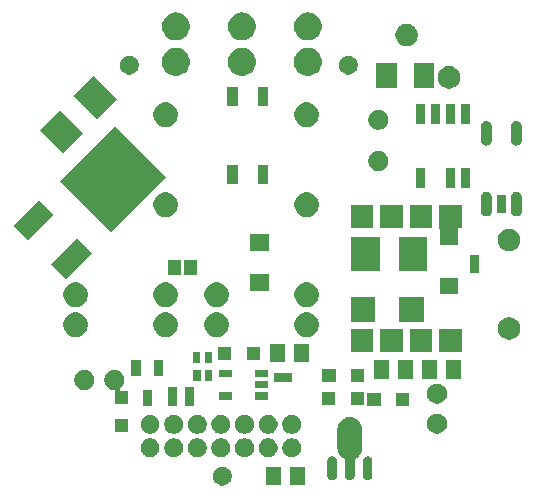
<source format=gbs>
G04 #@! TF.GenerationSoftware,KiCad,Pcbnew,5.1.5-52549c5~84~ubuntu18.04.1*
G04 #@! TF.CreationDate,2020-02-21T12:56:33+02:00*
G04 #@! TF.ProjectId,NRF52832_Touch_Switch_Power_Supply,4e524635-3238-4333-925f-546f7563685f,rev?*
G04 #@! TF.SameCoordinates,Original*
G04 #@! TF.FileFunction,Soldermask,Bot*
G04 #@! TF.FilePolarity,Negative*
%FSLAX46Y46*%
G04 Gerber Fmt 4.6, Leading zero omitted, Abs format (unit mm)*
G04 Created by KiCad (PCBNEW 5.1.5-52549c5~84~ubuntu18.04.1) date 2020-02-21 12:56:33*
%MOMM*%
%LPD*%
G04 APERTURE LIST*
%ADD10C,0.100000*%
G04 APERTURE END LIST*
D10*
G36*
X110215642Y-77461781D02*
G01*
X110361414Y-77522162D01*
X110361416Y-77522163D01*
X110492608Y-77609822D01*
X110604178Y-77721392D01*
X110691837Y-77852584D01*
X110691838Y-77852586D01*
X110752219Y-77998358D01*
X110783000Y-78153107D01*
X110783000Y-78310893D01*
X110752219Y-78465642D01*
X110725864Y-78529268D01*
X110691837Y-78611416D01*
X110604178Y-78742608D01*
X110492608Y-78854178D01*
X110361416Y-78941837D01*
X110361415Y-78941838D01*
X110361414Y-78941838D01*
X110215642Y-79002219D01*
X110060893Y-79033000D01*
X109903107Y-79033000D01*
X109748358Y-79002219D01*
X109602586Y-78941838D01*
X109602585Y-78941838D01*
X109602584Y-78941837D01*
X109471392Y-78854178D01*
X109359822Y-78742608D01*
X109272163Y-78611416D01*
X109238136Y-78529268D01*
X109211781Y-78465642D01*
X109181000Y-78310893D01*
X109181000Y-78153107D01*
X109211781Y-77998358D01*
X109272162Y-77852586D01*
X109272163Y-77852584D01*
X109359822Y-77721392D01*
X109471392Y-77609822D01*
X109602584Y-77522163D01*
X109602586Y-77522162D01*
X109748358Y-77461781D01*
X109903107Y-77431000D01*
X110060893Y-77431000D01*
X110215642Y-77461781D01*
G37*
G36*
X116963000Y-79008000D02*
G01*
X115701000Y-79008000D01*
X115701000Y-77456000D01*
X116963000Y-77456000D01*
X116963000Y-79008000D01*
G37*
G36*
X114931000Y-79008000D02*
G01*
X113669000Y-79008000D01*
X113669000Y-77456000D01*
X114931000Y-77456000D01*
X114931000Y-79008000D01*
G37*
G36*
X120983032Y-73271207D02*
G01*
X121181146Y-73331305D01*
X121181149Y-73331306D01*
X121277975Y-73383061D01*
X121363729Y-73428897D01*
X121523765Y-73560235D01*
X121655103Y-73720271D01*
X121677465Y-73762108D01*
X121752694Y-73902851D01*
X121752695Y-73902854D01*
X121812793Y-74100968D01*
X121828000Y-74255370D01*
X121828000Y-75858630D01*
X121812793Y-76013032D01*
X121794103Y-76074643D01*
X121752694Y-76211149D01*
X121700939Y-76307975D01*
X121655103Y-76393729D01*
X121523765Y-76553765D01*
X121363729Y-76685103D01*
X121275371Y-76732331D01*
X121244075Y-76749059D01*
X121223700Y-76762673D01*
X121206373Y-76780000D01*
X121192760Y-76800374D01*
X121183382Y-76823013D01*
X121178000Y-76859298D01*
X121178000Y-78177698D01*
X121172198Y-78236610D01*
X121156911Y-78287002D01*
X121149268Y-78312199D01*
X121112032Y-78381862D01*
X121061922Y-78442922D01*
X121000860Y-78493033D01*
X120931200Y-78530267D01*
X120931197Y-78530268D01*
X120855609Y-78553198D01*
X120777000Y-78560940D01*
X120698390Y-78553198D01*
X120647998Y-78537911D01*
X120622801Y-78530268D01*
X120553138Y-78493032D01*
X120492078Y-78442922D01*
X120441967Y-78381860D01*
X120404733Y-78312200D01*
X120404429Y-78311197D01*
X120381802Y-78236609D01*
X120376000Y-78177697D01*
X120376001Y-76859298D01*
X120373599Y-76834913D01*
X120366486Y-76811464D01*
X120354935Y-76789853D01*
X120339390Y-76770911D01*
X120309926Y-76749060D01*
X120252464Y-76718345D01*
X120190271Y-76685103D01*
X120030235Y-76553765D01*
X119898897Y-76393729D01*
X119801307Y-76211149D01*
X119801306Y-76211148D01*
X119759897Y-76074642D01*
X119741207Y-76013031D01*
X119726000Y-75858629D01*
X119726000Y-74255370D01*
X119729443Y-74220414D01*
X119741207Y-74100967D01*
X119801305Y-73902854D01*
X119876536Y-73762108D01*
X119898898Y-73720271D01*
X120030236Y-73560235D01*
X120190272Y-73428897D01*
X120276026Y-73383061D01*
X120372852Y-73331306D01*
X120372855Y-73331305D01*
X120570969Y-73271207D01*
X120777000Y-73250915D01*
X120983032Y-73271207D01*
G37*
G36*
X119354610Y-76561802D02*
G01*
X119405002Y-76577089D01*
X119430199Y-76584732D01*
X119499862Y-76621968D01*
X119560922Y-76672078D01*
X119611032Y-76733138D01*
X119648268Y-76802801D01*
X119648268Y-76802802D01*
X119671198Y-76878390D01*
X119671198Y-76878392D01*
X119677000Y-76937301D01*
X119677000Y-78176699D01*
X119675066Y-78196335D01*
X119671198Y-78235610D01*
X119655911Y-78286002D01*
X119648268Y-78311199D01*
X119611032Y-78380862D01*
X119560922Y-78441922D01*
X119499860Y-78492033D01*
X119430200Y-78529267D01*
X119430197Y-78529268D01*
X119354609Y-78552198D01*
X119276000Y-78559940D01*
X119197390Y-78552198D01*
X119125098Y-78530268D01*
X119121801Y-78529268D01*
X119052138Y-78492032D01*
X118991078Y-78441922D01*
X118940967Y-78380860D01*
X118903733Y-78311200D01*
X118903640Y-78310893D01*
X118880802Y-78235609D01*
X118875099Y-78177699D01*
X118875000Y-78176698D01*
X118875001Y-76937301D01*
X118880803Y-76878392D01*
X118880803Y-76878390D01*
X118903733Y-76802802D01*
X118903733Y-76802801D01*
X118940969Y-76733138D01*
X118991079Y-76672078D01*
X119052139Y-76621968D01*
X119121802Y-76584732D01*
X119146999Y-76577089D01*
X119197391Y-76561802D01*
X119276000Y-76554060D01*
X119354610Y-76561802D01*
G37*
G36*
X122356610Y-76561802D02*
G01*
X122407002Y-76577089D01*
X122432199Y-76584732D01*
X122501862Y-76621968D01*
X122562922Y-76672078D01*
X122613032Y-76733138D01*
X122650268Y-76802801D01*
X122650268Y-76802802D01*
X122673198Y-76878390D01*
X122673198Y-76878392D01*
X122679000Y-76937301D01*
X122679000Y-78176699D01*
X122677066Y-78196335D01*
X122673198Y-78235610D01*
X122657911Y-78286002D01*
X122650268Y-78311199D01*
X122613032Y-78380862D01*
X122562922Y-78441922D01*
X122501860Y-78492033D01*
X122432200Y-78529267D01*
X122432197Y-78529268D01*
X122356609Y-78552198D01*
X122278000Y-78559940D01*
X122199390Y-78552198D01*
X122127098Y-78530268D01*
X122123801Y-78529268D01*
X122054138Y-78492032D01*
X121993078Y-78441922D01*
X121942967Y-78380860D01*
X121905733Y-78311200D01*
X121905640Y-78310893D01*
X121882802Y-78235609D01*
X121877099Y-78177699D01*
X121877000Y-78176698D01*
X121877001Y-76937301D01*
X121882803Y-76878392D01*
X121882803Y-76878390D01*
X121905733Y-76802802D01*
X121905733Y-76802801D01*
X121942969Y-76733138D01*
X121993079Y-76672078D01*
X122054139Y-76621968D01*
X122123802Y-76584732D01*
X122148999Y-76577089D01*
X122199391Y-76561802D01*
X122278000Y-76554060D01*
X122356610Y-76561802D01*
G37*
G36*
X110088642Y-75070781D02*
G01*
X110234414Y-75131162D01*
X110234416Y-75131163D01*
X110365608Y-75218822D01*
X110477178Y-75330392D01*
X110564837Y-75461584D01*
X110564838Y-75461586D01*
X110625219Y-75607358D01*
X110656000Y-75762107D01*
X110656000Y-75919893D01*
X110625219Y-76074642D01*
X110568677Y-76211145D01*
X110564837Y-76220416D01*
X110477178Y-76351608D01*
X110365608Y-76463178D01*
X110234416Y-76550837D01*
X110234415Y-76550838D01*
X110234414Y-76550838D01*
X110088642Y-76611219D01*
X109933893Y-76642000D01*
X109776107Y-76642000D01*
X109621358Y-76611219D01*
X109475586Y-76550838D01*
X109475585Y-76550838D01*
X109475584Y-76550837D01*
X109344392Y-76463178D01*
X109232822Y-76351608D01*
X109145163Y-76220416D01*
X109141323Y-76211145D01*
X109084781Y-76074642D01*
X109054000Y-75919893D01*
X109054000Y-75762107D01*
X109084781Y-75607358D01*
X109145162Y-75461586D01*
X109145163Y-75461584D01*
X109232822Y-75330392D01*
X109344392Y-75218822D01*
X109475584Y-75131163D01*
X109475586Y-75131162D01*
X109621358Y-75070781D01*
X109776107Y-75040000D01*
X109933893Y-75040000D01*
X110088642Y-75070781D01*
G37*
G36*
X108088642Y-75070781D02*
G01*
X108234414Y-75131162D01*
X108234416Y-75131163D01*
X108365608Y-75218822D01*
X108477178Y-75330392D01*
X108564837Y-75461584D01*
X108564838Y-75461586D01*
X108625219Y-75607358D01*
X108656000Y-75762107D01*
X108656000Y-75919893D01*
X108625219Y-76074642D01*
X108568677Y-76211145D01*
X108564837Y-76220416D01*
X108477178Y-76351608D01*
X108365608Y-76463178D01*
X108234416Y-76550837D01*
X108234415Y-76550838D01*
X108234414Y-76550838D01*
X108088642Y-76611219D01*
X107933893Y-76642000D01*
X107776107Y-76642000D01*
X107621358Y-76611219D01*
X107475586Y-76550838D01*
X107475585Y-76550838D01*
X107475584Y-76550837D01*
X107344392Y-76463178D01*
X107232822Y-76351608D01*
X107145163Y-76220416D01*
X107141323Y-76211145D01*
X107084781Y-76074642D01*
X107054000Y-75919893D01*
X107054000Y-75762107D01*
X107084781Y-75607358D01*
X107145162Y-75461586D01*
X107145163Y-75461584D01*
X107232822Y-75330392D01*
X107344392Y-75218822D01*
X107475584Y-75131163D01*
X107475586Y-75131162D01*
X107621358Y-75070781D01*
X107776107Y-75040000D01*
X107933893Y-75040000D01*
X108088642Y-75070781D01*
G37*
G36*
X112088642Y-75070781D02*
G01*
X112234414Y-75131162D01*
X112234416Y-75131163D01*
X112365608Y-75218822D01*
X112477178Y-75330392D01*
X112564837Y-75461584D01*
X112564838Y-75461586D01*
X112625219Y-75607358D01*
X112656000Y-75762107D01*
X112656000Y-75919893D01*
X112625219Y-76074642D01*
X112568677Y-76211145D01*
X112564837Y-76220416D01*
X112477178Y-76351608D01*
X112365608Y-76463178D01*
X112234416Y-76550837D01*
X112234415Y-76550838D01*
X112234414Y-76550838D01*
X112088642Y-76611219D01*
X111933893Y-76642000D01*
X111776107Y-76642000D01*
X111621358Y-76611219D01*
X111475586Y-76550838D01*
X111475585Y-76550838D01*
X111475584Y-76550837D01*
X111344392Y-76463178D01*
X111232822Y-76351608D01*
X111145163Y-76220416D01*
X111141323Y-76211145D01*
X111084781Y-76074642D01*
X111054000Y-75919893D01*
X111054000Y-75762107D01*
X111084781Y-75607358D01*
X111145162Y-75461586D01*
X111145163Y-75461584D01*
X111232822Y-75330392D01*
X111344392Y-75218822D01*
X111475584Y-75131163D01*
X111475586Y-75131162D01*
X111621358Y-75070781D01*
X111776107Y-75040000D01*
X111933893Y-75040000D01*
X112088642Y-75070781D01*
G37*
G36*
X106088642Y-75070781D02*
G01*
X106234414Y-75131162D01*
X106234416Y-75131163D01*
X106365608Y-75218822D01*
X106477178Y-75330392D01*
X106564837Y-75461584D01*
X106564838Y-75461586D01*
X106625219Y-75607358D01*
X106656000Y-75762107D01*
X106656000Y-75919893D01*
X106625219Y-76074642D01*
X106568677Y-76211145D01*
X106564837Y-76220416D01*
X106477178Y-76351608D01*
X106365608Y-76463178D01*
X106234416Y-76550837D01*
X106234415Y-76550838D01*
X106234414Y-76550838D01*
X106088642Y-76611219D01*
X105933893Y-76642000D01*
X105776107Y-76642000D01*
X105621358Y-76611219D01*
X105475586Y-76550838D01*
X105475585Y-76550838D01*
X105475584Y-76550837D01*
X105344392Y-76463178D01*
X105232822Y-76351608D01*
X105145163Y-76220416D01*
X105141323Y-76211145D01*
X105084781Y-76074642D01*
X105054000Y-75919893D01*
X105054000Y-75762107D01*
X105084781Y-75607358D01*
X105145162Y-75461586D01*
X105145163Y-75461584D01*
X105232822Y-75330392D01*
X105344392Y-75218822D01*
X105475584Y-75131163D01*
X105475586Y-75131162D01*
X105621358Y-75070781D01*
X105776107Y-75040000D01*
X105933893Y-75040000D01*
X106088642Y-75070781D01*
G37*
G36*
X116088642Y-75070781D02*
G01*
X116234414Y-75131162D01*
X116234416Y-75131163D01*
X116365608Y-75218822D01*
X116477178Y-75330392D01*
X116564837Y-75461584D01*
X116564838Y-75461586D01*
X116625219Y-75607358D01*
X116656000Y-75762107D01*
X116656000Y-75919893D01*
X116625219Y-76074642D01*
X116568677Y-76211145D01*
X116564837Y-76220416D01*
X116477178Y-76351608D01*
X116365608Y-76463178D01*
X116234416Y-76550837D01*
X116234415Y-76550838D01*
X116234414Y-76550838D01*
X116088642Y-76611219D01*
X115933893Y-76642000D01*
X115776107Y-76642000D01*
X115621358Y-76611219D01*
X115475586Y-76550838D01*
X115475585Y-76550838D01*
X115475584Y-76550837D01*
X115344392Y-76463178D01*
X115232822Y-76351608D01*
X115145163Y-76220416D01*
X115141323Y-76211145D01*
X115084781Y-76074642D01*
X115054000Y-75919893D01*
X115054000Y-75762107D01*
X115084781Y-75607358D01*
X115145162Y-75461586D01*
X115145163Y-75461584D01*
X115232822Y-75330392D01*
X115344392Y-75218822D01*
X115475584Y-75131163D01*
X115475586Y-75131162D01*
X115621358Y-75070781D01*
X115776107Y-75040000D01*
X115933893Y-75040000D01*
X116088642Y-75070781D01*
G37*
G36*
X104088642Y-75070781D02*
G01*
X104234414Y-75131162D01*
X104234416Y-75131163D01*
X104365608Y-75218822D01*
X104477178Y-75330392D01*
X104564837Y-75461584D01*
X104564838Y-75461586D01*
X104625219Y-75607358D01*
X104656000Y-75762107D01*
X104656000Y-75919893D01*
X104625219Y-76074642D01*
X104568677Y-76211145D01*
X104564837Y-76220416D01*
X104477178Y-76351608D01*
X104365608Y-76463178D01*
X104234416Y-76550837D01*
X104234415Y-76550838D01*
X104234414Y-76550838D01*
X104088642Y-76611219D01*
X103933893Y-76642000D01*
X103776107Y-76642000D01*
X103621358Y-76611219D01*
X103475586Y-76550838D01*
X103475585Y-76550838D01*
X103475584Y-76550837D01*
X103344392Y-76463178D01*
X103232822Y-76351608D01*
X103145163Y-76220416D01*
X103141323Y-76211145D01*
X103084781Y-76074642D01*
X103054000Y-75919893D01*
X103054000Y-75762107D01*
X103084781Y-75607358D01*
X103145162Y-75461586D01*
X103145163Y-75461584D01*
X103232822Y-75330392D01*
X103344392Y-75218822D01*
X103475584Y-75131163D01*
X103475586Y-75131162D01*
X103621358Y-75070781D01*
X103776107Y-75040000D01*
X103933893Y-75040000D01*
X104088642Y-75070781D01*
G37*
G36*
X114088642Y-75070781D02*
G01*
X114234414Y-75131162D01*
X114234416Y-75131163D01*
X114365608Y-75218822D01*
X114477178Y-75330392D01*
X114564837Y-75461584D01*
X114564838Y-75461586D01*
X114625219Y-75607358D01*
X114656000Y-75762107D01*
X114656000Y-75919893D01*
X114625219Y-76074642D01*
X114568677Y-76211145D01*
X114564837Y-76220416D01*
X114477178Y-76351608D01*
X114365608Y-76463178D01*
X114234416Y-76550837D01*
X114234415Y-76550838D01*
X114234414Y-76550838D01*
X114088642Y-76611219D01*
X113933893Y-76642000D01*
X113776107Y-76642000D01*
X113621358Y-76611219D01*
X113475586Y-76550838D01*
X113475585Y-76550838D01*
X113475584Y-76550837D01*
X113344392Y-76463178D01*
X113232822Y-76351608D01*
X113145163Y-76220416D01*
X113141323Y-76211145D01*
X113084781Y-76074642D01*
X113054000Y-75919893D01*
X113054000Y-75762107D01*
X113084781Y-75607358D01*
X113145162Y-75461586D01*
X113145163Y-75461584D01*
X113232822Y-75330392D01*
X113344392Y-75218822D01*
X113475584Y-75131163D01*
X113475586Y-75131162D01*
X113621358Y-75070781D01*
X113776107Y-75040000D01*
X113933893Y-75040000D01*
X114088642Y-75070781D01*
G37*
G36*
X104088642Y-73070781D02*
G01*
X104234414Y-73131162D01*
X104234416Y-73131163D01*
X104365608Y-73218822D01*
X104477178Y-73330392D01*
X104542996Y-73428897D01*
X104564838Y-73461586D01*
X104625219Y-73607358D01*
X104656000Y-73762107D01*
X104656000Y-73919893D01*
X104625219Y-74074642D01*
X104564838Y-74220414D01*
X104564837Y-74220416D01*
X104477178Y-74351608D01*
X104365608Y-74463178D01*
X104234416Y-74550837D01*
X104234415Y-74550838D01*
X104234414Y-74550838D01*
X104088642Y-74611219D01*
X103933893Y-74642000D01*
X103776107Y-74642000D01*
X103621358Y-74611219D01*
X103475586Y-74550838D01*
X103475585Y-74550838D01*
X103475584Y-74550837D01*
X103344392Y-74463178D01*
X103232822Y-74351608D01*
X103145163Y-74220416D01*
X103145162Y-74220414D01*
X103084781Y-74074642D01*
X103054000Y-73919893D01*
X103054000Y-73762107D01*
X103084781Y-73607358D01*
X103145162Y-73461586D01*
X103167004Y-73428897D01*
X103232822Y-73330392D01*
X103344392Y-73218822D01*
X103475584Y-73131163D01*
X103475586Y-73131162D01*
X103621358Y-73070781D01*
X103776107Y-73040000D01*
X103933893Y-73040000D01*
X104088642Y-73070781D01*
G37*
G36*
X112088642Y-73070781D02*
G01*
X112234414Y-73131162D01*
X112234416Y-73131163D01*
X112365608Y-73218822D01*
X112477178Y-73330392D01*
X112542996Y-73428897D01*
X112564838Y-73461586D01*
X112625219Y-73607358D01*
X112656000Y-73762107D01*
X112656000Y-73919893D01*
X112625219Y-74074642D01*
X112564838Y-74220414D01*
X112564837Y-74220416D01*
X112477178Y-74351608D01*
X112365608Y-74463178D01*
X112234416Y-74550837D01*
X112234415Y-74550838D01*
X112234414Y-74550838D01*
X112088642Y-74611219D01*
X111933893Y-74642000D01*
X111776107Y-74642000D01*
X111621358Y-74611219D01*
X111475586Y-74550838D01*
X111475585Y-74550838D01*
X111475584Y-74550837D01*
X111344392Y-74463178D01*
X111232822Y-74351608D01*
X111145163Y-74220416D01*
X111145162Y-74220414D01*
X111084781Y-74074642D01*
X111054000Y-73919893D01*
X111054000Y-73762107D01*
X111084781Y-73607358D01*
X111145162Y-73461586D01*
X111167004Y-73428897D01*
X111232822Y-73330392D01*
X111344392Y-73218822D01*
X111475584Y-73131163D01*
X111475586Y-73131162D01*
X111621358Y-73070781D01*
X111776107Y-73040000D01*
X111933893Y-73040000D01*
X112088642Y-73070781D01*
G37*
G36*
X106088642Y-73070781D02*
G01*
X106234414Y-73131162D01*
X106234416Y-73131163D01*
X106365608Y-73218822D01*
X106477178Y-73330392D01*
X106542996Y-73428897D01*
X106564838Y-73461586D01*
X106625219Y-73607358D01*
X106656000Y-73762107D01*
X106656000Y-73919893D01*
X106625219Y-74074642D01*
X106564838Y-74220414D01*
X106564837Y-74220416D01*
X106477178Y-74351608D01*
X106365608Y-74463178D01*
X106234416Y-74550837D01*
X106234415Y-74550838D01*
X106234414Y-74550838D01*
X106088642Y-74611219D01*
X105933893Y-74642000D01*
X105776107Y-74642000D01*
X105621358Y-74611219D01*
X105475586Y-74550838D01*
X105475585Y-74550838D01*
X105475584Y-74550837D01*
X105344392Y-74463178D01*
X105232822Y-74351608D01*
X105145163Y-74220416D01*
X105145162Y-74220414D01*
X105084781Y-74074642D01*
X105054000Y-73919893D01*
X105054000Y-73762107D01*
X105084781Y-73607358D01*
X105145162Y-73461586D01*
X105167004Y-73428897D01*
X105232822Y-73330392D01*
X105344392Y-73218822D01*
X105475584Y-73131163D01*
X105475586Y-73131162D01*
X105621358Y-73070781D01*
X105776107Y-73040000D01*
X105933893Y-73040000D01*
X106088642Y-73070781D01*
G37*
G36*
X108088642Y-73070781D02*
G01*
X108234414Y-73131162D01*
X108234416Y-73131163D01*
X108365608Y-73218822D01*
X108477178Y-73330392D01*
X108542996Y-73428897D01*
X108564838Y-73461586D01*
X108625219Y-73607358D01*
X108656000Y-73762107D01*
X108656000Y-73919893D01*
X108625219Y-74074642D01*
X108564838Y-74220414D01*
X108564837Y-74220416D01*
X108477178Y-74351608D01*
X108365608Y-74463178D01*
X108234416Y-74550837D01*
X108234415Y-74550838D01*
X108234414Y-74550838D01*
X108088642Y-74611219D01*
X107933893Y-74642000D01*
X107776107Y-74642000D01*
X107621358Y-74611219D01*
X107475586Y-74550838D01*
X107475585Y-74550838D01*
X107475584Y-74550837D01*
X107344392Y-74463178D01*
X107232822Y-74351608D01*
X107145163Y-74220416D01*
X107145162Y-74220414D01*
X107084781Y-74074642D01*
X107054000Y-73919893D01*
X107054000Y-73762107D01*
X107084781Y-73607358D01*
X107145162Y-73461586D01*
X107167004Y-73428897D01*
X107232822Y-73330392D01*
X107344392Y-73218822D01*
X107475584Y-73131163D01*
X107475586Y-73131162D01*
X107621358Y-73070781D01*
X107776107Y-73040000D01*
X107933893Y-73040000D01*
X108088642Y-73070781D01*
G37*
G36*
X116088642Y-73070781D02*
G01*
X116234414Y-73131162D01*
X116234416Y-73131163D01*
X116365608Y-73218822D01*
X116477178Y-73330392D01*
X116542996Y-73428897D01*
X116564838Y-73461586D01*
X116625219Y-73607358D01*
X116656000Y-73762107D01*
X116656000Y-73919893D01*
X116625219Y-74074642D01*
X116564838Y-74220414D01*
X116564837Y-74220416D01*
X116477178Y-74351608D01*
X116365608Y-74463178D01*
X116234416Y-74550837D01*
X116234415Y-74550838D01*
X116234414Y-74550838D01*
X116088642Y-74611219D01*
X115933893Y-74642000D01*
X115776107Y-74642000D01*
X115621358Y-74611219D01*
X115475586Y-74550838D01*
X115475585Y-74550838D01*
X115475584Y-74550837D01*
X115344392Y-74463178D01*
X115232822Y-74351608D01*
X115145163Y-74220416D01*
X115145162Y-74220414D01*
X115084781Y-74074642D01*
X115054000Y-73919893D01*
X115054000Y-73762107D01*
X115084781Y-73607358D01*
X115145162Y-73461586D01*
X115167004Y-73428897D01*
X115232822Y-73330392D01*
X115344392Y-73218822D01*
X115475584Y-73131163D01*
X115475586Y-73131162D01*
X115621358Y-73070781D01*
X115776107Y-73040000D01*
X115933893Y-73040000D01*
X116088642Y-73070781D01*
G37*
G36*
X110088642Y-73070781D02*
G01*
X110234414Y-73131162D01*
X110234416Y-73131163D01*
X110365608Y-73218822D01*
X110477178Y-73330392D01*
X110542996Y-73428897D01*
X110564838Y-73461586D01*
X110625219Y-73607358D01*
X110656000Y-73762107D01*
X110656000Y-73919893D01*
X110625219Y-74074642D01*
X110564838Y-74220414D01*
X110564837Y-74220416D01*
X110477178Y-74351608D01*
X110365608Y-74463178D01*
X110234416Y-74550837D01*
X110234415Y-74550838D01*
X110234414Y-74550838D01*
X110088642Y-74611219D01*
X109933893Y-74642000D01*
X109776107Y-74642000D01*
X109621358Y-74611219D01*
X109475586Y-74550838D01*
X109475585Y-74550838D01*
X109475584Y-74550837D01*
X109344392Y-74463178D01*
X109232822Y-74351608D01*
X109145163Y-74220416D01*
X109145162Y-74220414D01*
X109084781Y-74074642D01*
X109054000Y-73919893D01*
X109054000Y-73762107D01*
X109084781Y-73607358D01*
X109145162Y-73461586D01*
X109167004Y-73428897D01*
X109232822Y-73330392D01*
X109344392Y-73218822D01*
X109475584Y-73131163D01*
X109475586Y-73131162D01*
X109621358Y-73070781D01*
X109776107Y-73040000D01*
X109933893Y-73040000D01*
X110088642Y-73070781D01*
G37*
G36*
X114088642Y-73070781D02*
G01*
X114234414Y-73131162D01*
X114234416Y-73131163D01*
X114365608Y-73218822D01*
X114477178Y-73330392D01*
X114542996Y-73428897D01*
X114564838Y-73461586D01*
X114625219Y-73607358D01*
X114656000Y-73762107D01*
X114656000Y-73919893D01*
X114625219Y-74074642D01*
X114564838Y-74220414D01*
X114564837Y-74220416D01*
X114477178Y-74351608D01*
X114365608Y-74463178D01*
X114234416Y-74550837D01*
X114234415Y-74550838D01*
X114234414Y-74550838D01*
X114088642Y-74611219D01*
X113933893Y-74642000D01*
X113776107Y-74642000D01*
X113621358Y-74611219D01*
X113475586Y-74550838D01*
X113475585Y-74550838D01*
X113475584Y-74550837D01*
X113344392Y-74463178D01*
X113232822Y-74351608D01*
X113145163Y-74220416D01*
X113145162Y-74220414D01*
X113084781Y-74074642D01*
X113054000Y-73919893D01*
X113054000Y-73762107D01*
X113084781Y-73607358D01*
X113145162Y-73461586D01*
X113167004Y-73428897D01*
X113232822Y-73330392D01*
X113344392Y-73218822D01*
X113475584Y-73131163D01*
X113475586Y-73131162D01*
X113621358Y-73070781D01*
X113776107Y-73040000D01*
X113933893Y-73040000D01*
X114088642Y-73070781D01*
G37*
G36*
X128391228Y-72968703D02*
G01*
X128546100Y-73032853D01*
X128685481Y-73125985D01*
X128804015Y-73244519D01*
X128897147Y-73383900D01*
X128961297Y-73538772D01*
X128994000Y-73703184D01*
X128994000Y-73870816D01*
X128961297Y-74035228D01*
X128897147Y-74190100D01*
X128804015Y-74329481D01*
X128685481Y-74448015D01*
X128546100Y-74541147D01*
X128391228Y-74605297D01*
X128226816Y-74638000D01*
X128059184Y-74638000D01*
X127894772Y-74605297D01*
X127739900Y-74541147D01*
X127600519Y-74448015D01*
X127481985Y-74329481D01*
X127388853Y-74190100D01*
X127324703Y-74035228D01*
X127292000Y-73870816D01*
X127292000Y-73703184D01*
X127324703Y-73538772D01*
X127388853Y-73383900D01*
X127481985Y-73244519D01*
X127600519Y-73125985D01*
X127739900Y-73032853D01*
X127894772Y-72968703D01*
X128059184Y-72936000D01*
X128226816Y-72936000D01*
X128391228Y-72968703D01*
G37*
G36*
X102024000Y-74522000D02*
G01*
X100922000Y-74522000D01*
X100922000Y-73420000D01*
X102024000Y-73420000D01*
X102024000Y-74522000D01*
G37*
G36*
X125773000Y-72306000D02*
G01*
X124671000Y-72306000D01*
X124671000Y-71204000D01*
X125773000Y-71204000D01*
X125773000Y-72306000D01*
G37*
G36*
X123373000Y-72306000D02*
G01*
X122271000Y-72306000D01*
X122271000Y-71204000D01*
X123373000Y-71204000D01*
X123373000Y-72306000D01*
G37*
G36*
X104033000Y-72284000D02*
G01*
X103231000Y-72284000D01*
X103231000Y-70932000D01*
X104033000Y-70932000D01*
X104033000Y-72284000D01*
G37*
G36*
X106167000Y-72276000D02*
G01*
X105415000Y-72276000D01*
X105415000Y-70726000D01*
X106167000Y-70726000D01*
X106167000Y-72276000D01*
G37*
G36*
X107564000Y-72276000D02*
G01*
X106812000Y-72276000D01*
X106812000Y-70726000D01*
X107564000Y-70726000D01*
X107564000Y-72276000D01*
G37*
G36*
X121950000Y-72179000D02*
G01*
X120848000Y-72179000D01*
X120848000Y-71077000D01*
X121950000Y-71077000D01*
X121950000Y-72179000D01*
G37*
G36*
X119550000Y-72179000D02*
G01*
X118448000Y-72179000D01*
X118448000Y-71077000D01*
X119550000Y-71077000D01*
X119550000Y-72179000D01*
G37*
G36*
X101086228Y-69285703D02*
G01*
X101241100Y-69349853D01*
X101380481Y-69442985D01*
X101499015Y-69561519D01*
X101592147Y-69700900D01*
X101656297Y-69855772D01*
X101689000Y-70020184D01*
X101689000Y-70187816D01*
X101656297Y-70352228D01*
X101592147Y-70507100D01*
X101499015Y-70646481D01*
X101380481Y-70765015D01*
X101341484Y-70791072D01*
X101322547Y-70806613D01*
X101307002Y-70825555D01*
X101295451Y-70847166D01*
X101288338Y-70870615D01*
X101285936Y-70895001D01*
X101288338Y-70919387D01*
X101295451Y-70942836D01*
X101307002Y-70964447D01*
X101322547Y-70983389D01*
X101341489Y-70998934D01*
X101363100Y-71010485D01*
X101386549Y-71017598D01*
X101410935Y-71020000D01*
X102024000Y-71020000D01*
X102024000Y-72122000D01*
X100922000Y-72122000D01*
X100922000Y-71079999D01*
X100919598Y-71055613D01*
X100912485Y-71032164D01*
X100900934Y-71010553D01*
X100885389Y-70991611D01*
X100866447Y-70976066D01*
X100844836Y-70964515D01*
X100821387Y-70957402D01*
X100797001Y-70955000D01*
X100754184Y-70955000D01*
X100589772Y-70922297D01*
X100434900Y-70858147D01*
X100295519Y-70765015D01*
X100176985Y-70646481D01*
X100083853Y-70507100D01*
X100019703Y-70352228D01*
X99987000Y-70187816D01*
X99987000Y-70020184D01*
X100019703Y-69855772D01*
X100083853Y-69700900D01*
X100176985Y-69561519D01*
X100295519Y-69442985D01*
X100434900Y-69349853D01*
X100589772Y-69285703D01*
X100754184Y-69253000D01*
X100921816Y-69253000D01*
X101086228Y-69285703D01*
G37*
G36*
X128391228Y-70428703D02*
G01*
X128546100Y-70492853D01*
X128685481Y-70585985D01*
X128804015Y-70704519D01*
X128897147Y-70843900D01*
X128961297Y-70998772D01*
X128994000Y-71163184D01*
X128994000Y-71330816D01*
X128961297Y-71495228D01*
X128897147Y-71650100D01*
X128804015Y-71789481D01*
X128685481Y-71908015D01*
X128546100Y-72001147D01*
X128391228Y-72065297D01*
X128226816Y-72098000D01*
X128059184Y-72098000D01*
X127894772Y-72065297D01*
X127739900Y-72001147D01*
X127600519Y-71908015D01*
X127481985Y-71789481D01*
X127388853Y-71650100D01*
X127324703Y-71495228D01*
X127292000Y-71330816D01*
X127292000Y-71163184D01*
X127324703Y-70998772D01*
X127388853Y-70843900D01*
X127481985Y-70704519D01*
X127600519Y-70585985D01*
X127739900Y-70492853D01*
X127894772Y-70428703D01*
X128059184Y-70396000D01*
X128226816Y-70396000D01*
X128391228Y-70428703D01*
G37*
G36*
X113811000Y-71761000D02*
G01*
X112709000Y-71761000D01*
X112709000Y-71109000D01*
X113811000Y-71109000D01*
X113811000Y-71761000D01*
G37*
G36*
X110811000Y-71761000D02*
G01*
X109709000Y-71761000D01*
X109709000Y-71109000D01*
X110811000Y-71109000D01*
X110811000Y-71761000D01*
G37*
G36*
X98546228Y-69285703D02*
G01*
X98701100Y-69349853D01*
X98840481Y-69442985D01*
X98959015Y-69561519D01*
X99052147Y-69700900D01*
X99116297Y-69855772D01*
X99149000Y-70020184D01*
X99149000Y-70187816D01*
X99116297Y-70352228D01*
X99052147Y-70507100D01*
X98959015Y-70646481D01*
X98840481Y-70765015D01*
X98701100Y-70858147D01*
X98546228Y-70922297D01*
X98381816Y-70955000D01*
X98214184Y-70955000D01*
X98049772Y-70922297D01*
X97894900Y-70858147D01*
X97755519Y-70765015D01*
X97636985Y-70646481D01*
X97543853Y-70507100D01*
X97479703Y-70352228D01*
X97447000Y-70187816D01*
X97447000Y-70020184D01*
X97479703Y-69855772D01*
X97543853Y-69700900D01*
X97636985Y-69561519D01*
X97755519Y-69442985D01*
X97894900Y-69349853D01*
X98049772Y-69285703D01*
X98214184Y-69253000D01*
X98381816Y-69253000D01*
X98546228Y-69285703D01*
G37*
G36*
X113811000Y-70811000D02*
G01*
X112709000Y-70811000D01*
X112709000Y-70159000D01*
X113811000Y-70159000D01*
X113811000Y-70811000D01*
G37*
G36*
X121963000Y-70274000D02*
G01*
X120861000Y-70274000D01*
X120861000Y-69172000D01*
X121963000Y-69172000D01*
X121963000Y-70274000D01*
G37*
G36*
X119563000Y-70274000D02*
G01*
X118461000Y-70274000D01*
X118461000Y-69172000D01*
X119563000Y-69172000D01*
X119563000Y-70274000D01*
G37*
G36*
X115921000Y-70226000D02*
G01*
X114371000Y-70226000D01*
X114371000Y-69474000D01*
X115921000Y-69474000D01*
X115921000Y-70226000D01*
G37*
G36*
X109132000Y-70174000D02*
G01*
X108530000Y-70174000D01*
X108530000Y-69272000D01*
X109132000Y-69272000D01*
X109132000Y-70174000D01*
G37*
G36*
X108132000Y-70174000D02*
G01*
X107530000Y-70174000D01*
X107530000Y-69272000D01*
X108132000Y-69272000D01*
X108132000Y-70174000D01*
G37*
G36*
X128139000Y-69991000D02*
G01*
X126877000Y-69991000D01*
X126877000Y-68439000D01*
X128139000Y-68439000D01*
X128139000Y-69991000D01*
G37*
G36*
X124075000Y-69991000D02*
G01*
X122813000Y-69991000D01*
X122813000Y-68439000D01*
X124075000Y-68439000D01*
X124075000Y-69991000D01*
G37*
G36*
X126107000Y-69991000D02*
G01*
X124845000Y-69991000D01*
X124845000Y-68439000D01*
X126107000Y-68439000D01*
X126107000Y-69991000D01*
G37*
G36*
X130171000Y-69991000D02*
G01*
X128909000Y-69991000D01*
X128909000Y-68439000D01*
X130171000Y-68439000D01*
X130171000Y-69991000D01*
G37*
G36*
X110811000Y-69861000D02*
G01*
X109709000Y-69861000D01*
X109709000Y-69209000D01*
X110811000Y-69209000D01*
X110811000Y-69861000D01*
G37*
G36*
X113811000Y-69861000D02*
G01*
X112709000Y-69861000D01*
X112709000Y-69209000D01*
X113811000Y-69209000D01*
X113811000Y-69861000D01*
G37*
G36*
X104983000Y-69784000D02*
G01*
X104181000Y-69784000D01*
X104181000Y-68432000D01*
X104983000Y-68432000D01*
X104983000Y-69784000D01*
G37*
G36*
X103083000Y-69784000D02*
G01*
X102281000Y-69784000D01*
X102281000Y-68432000D01*
X103083000Y-68432000D01*
X103083000Y-69784000D01*
G37*
G36*
X109124000Y-68650000D02*
G01*
X108522000Y-68650000D01*
X108522000Y-67748000D01*
X109124000Y-67748000D01*
X109124000Y-68650000D01*
G37*
G36*
X108124000Y-68650000D02*
G01*
X107522000Y-68650000D01*
X107522000Y-67748000D01*
X108124000Y-67748000D01*
X108124000Y-68650000D01*
G37*
G36*
X115312000Y-68594000D02*
G01*
X114050000Y-68594000D01*
X114050000Y-67042000D01*
X115312000Y-67042000D01*
X115312000Y-68594000D01*
G37*
G36*
X117344000Y-68594000D02*
G01*
X116082000Y-68594000D01*
X116082000Y-67042000D01*
X117344000Y-67042000D01*
X117344000Y-68594000D01*
G37*
G36*
X113130000Y-68369000D02*
G01*
X112028000Y-68369000D01*
X112028000Y-67267000D01*
X113130000Y-67267000D01*
X113130000Y-68369000D01*
G37*
G36*
X110730000Y-68369000D02*
G01*
X109628000Y-68369000D01*
X109628000Y-67267000D01*
X110730000Y-67267000D01*
X110730000Y-68369000D01*
G37*
G36*
X127741000Y-67686000D02*
G01*
X125861000Y-67686000D01*
X125861000Y-65806000D01*
X127741000Y-65806000D01*
X127741000Y-67686000D01*
G37*
G36*
X125241000Y-67686000D02*
G01*
X123361000Y-67686000D01*
X123361000Y-65806000D01*
X125241000Y-65806000D01*
X125241000Y-67686000D01*
G37*
G36*
X122741000Y-67686000D02*
G01*
X120861000Y-67686000D01*
X120861000Y-65806000D01*
X122741000Y-65806000D01*
X122741000Y-67686000D01*
G37*
G36*
X130241000Y-67686000D02*
G01*
X128361000Y-67686000D01*
X128361000Y-65806000D01*
X130241000Y-65806000D01*
X130241000Y-67686000D01*
G37*
G36*
X134516395Y-64811546D02*
G01*
X134689466Y-64883234D01*
X134689467Y-64883235D01*
X134845227Y-64987310D01*
X134977690Y-65119773D01*
X134977691Y-65119775D01*
X135081766Y-65275534D01*
X135153454Y-65448605D01*
X135190000Y-65632333D01*
X135190000Y-65819667D01*
X135153454Y-66003395D01*
X135081766Y-66176466D01*
X135081765Y-66176467D01*
X134977690Y-66332227D01*
X134845227Y-66464690D01*
X134766818Y-66517081D01*
X134689466Y-66568766D01*
X134516395Y-66640454D01*
X134332667Y-66677000D01*
X134145333Y-66677000D01*
X133961605Y-66640454D01*
X133788534Y-66568766D01*
X133711182Y-66517081D01*
X133632773Y-66464690D01*
X133500310Y-66332227D01*
X133396235Y-66176467D01*
X133396234Y-66176466D01*
X133324546Y-66003395D01*
X133288000Y-65819667D01*
X133288000Y-65632333D01*
X133324546Y-65448605D01*
X133396234Y-65275534D01*
X133500309Y-65119775D01*
X133500310Y-65119773D01*
X133632773Y-64987310D01*
X133788533Y-64883235D01*
X133788534Y-64883234D01*
X133961605Y-64811546D01*
X134145333Y-64775000D01*
X134332667Y-64775000D01*
X134516395Y-64811546D01*
G37*
G36*
X97857564Y-64394389D02*
G01*
X98048833Y-64473615D01*
X98048835Y-64473616D01*
X98220973Y-64588635D01*
X98367365Y-64735027D01*
X98482385Y-64907167D01*
X98561611Y-65098436D01*
X98602000Y-65301484D01*
X98602000Y-65508516D01*
X98561611Y-65711564D01*
X98522494Y-65806000D01*
X98482384Y-65902835D01*
X98367365Y-66074973D01*
X98220973Y-66221365D01*
X98048835Y-66336384D01*
X98048834Y-66336385D01*
X98048833Y-66336385D01*
X97857564Y-66415611D01*
X97654516Y-66456000D01*
X97447484Y-66456000D01*
X97244436Y-66415611D01*
X97053167Y-66336385D01*
X97053166Y-66336385D01*
X97053165Y-66336384D01*
X96881027Y-66221365D01*
X96734635Y-66074973D01*
X96619616Y-65902835D01*
X96579506Y-65806000D01*
X96540389Y-65711564D01*
X96500000Y-65508516D01*
X96500000Y-65301484D01*
X96540389Y-65098436D01*
X96619615Y-64907167D01*
X96734635Y-64735027D01*
X96881027Y-64588635D01*
X97053165Y-64473616D01*
X97053167Y-64473615D01*
X97244436Y-64394389D01*
X97447484Y-64354000D01*
X97654516Y-64354000D01*
X97857564Y-64394389D01*
G37*
G36*
X105477564Y-64394389D02*
G01*
X105668833Y-64473615D01*
X105668835Y-64473616D01*
X105840973Y-64588635D01*
X105987365Y-64735027D01*
X106102385Y-64907167D01*
X106181611Y-65098436D01*
X106222000Y-65301484D01*
X106222000Y-65508516D01*
X106181611Y-65711564D01*
X106142494Y-65806000D01*
X106102384Y-65902835D01*
X105987365Y-66074973D01*
X105840973Y-66221365D01*
X105668835Y-66336384D01*
X105668834Y-66336385D01*
X105668833Y-66336385D01*
X105477564Y-66415611D01*
X105274516Y-66456000D01*
X105067484Y-66456000D01*
X104864436Y-66415611D01*
X104673167Y-66336385D01*
X104673166Y-66336385D01*
X104673165Y-66336384D01*
X104501027Y-66221365D01*
X104354635Y-66074973D01*
X104239616Y-65902835D01*
X104199506Y-65806000D01*
X104160389Y-65711564D01*
X104120000Y-65508516D01*
X104120000Y-65301484D01*
X104160389Y-65098436D01*
X104239615Y-64907167D01*
X104354635Y-64735027D01*
X104501027Y-64588635D01*
X104673165Y-64473616D01*
X104673167Y-64473615D01*
X104864436Y-64394389D01*
X105067484Y-64354000D01*
X105274516Y-64354000D01*
X105477564Y-64394389D01*
G37*
G36*
X109795564Y-64394389D02*
G01*
X109986833Y-64473615D01*
X109986835Y-64473616D01*
X110158973Y-64588635D01*
X110305365Y-64735027D01*
X110420385Y-64907167D01*
X110499611Y-65098436D01*
X110540000Y-65301484D01*
X110540000Y-65508516D01*
X110499611Y-65711564D01*
X110460494Y-65806000D01*
X110420384Y-65902835D01*
X110305365Y-66074973D01*
X110158973Y-66221365D01*
X109986835Y-66336384D01*
X109986834Y-66336385D01*
X109986833Y-66336385D01*
X109795564Y-66415611D01*
X109592516Y-66456000D01*
X109385484Y-66456000D01*
X109182436Y-66415611D01*
X108991167Y-66336385D01*
X108991166Y-66336385D01*
X108991165Y-66336384D01*
X108819027Y-66221365D01*
X108672635Y-66074973D01*
X108557616Y-65902835D01*
X108517506Y-65806000D01*
X108478389Y-65711564D01*
X108438000Y-65508516D01*
X108438000Y-65301484D01*
X108478389Y-65098436D01*
X108557615Y-64907167D01*
X108672635Y-64735027D01*
X108819027Y-64588635D01*
X108991165Y-64473616D01*
X108991167Y-64473615D01*
X109182436Y-64394389D01*
X109385484Y-64354000D01*
X109592516Y-64354000D01*
X109795564Y-64394389D01*
G37*
G36*
X117415564Y-64394389D02*
G01*
X117606833Y-64473615D01*
X117606835Y-64473616D01*
X117778973Y-64588635D01*
X117925365Y-64735027D01*
X118040385Y-64907167D01*
X118119611Y-65098436D01*
X118160000Y-65301484D01*
X118160000Y-65508516D01*
X118119611Y-65711564D01*
X118080494Y-65806000D01*
X118040384Y-65902835D01*
X117925365Y-66074973D01*
X117778973Y-66221365D01*
X117606835Y-66336384D01*
X117606834Y-66336385D01*
X117606833Y-66336385D01*
X117415564Y-66415611D01*
X117212516Y-66456000D01*
X117005484Y-66456000D01*
X116802436Y-66415611D01*
X116611167Y-66336385D01*
X116611166Y-66336385D01*
X116611165Y-66336384D01*
X116439027Y-66221365D01*
X116292635Y-66074973D01*
X116177616Y-65902835D01*
X116137506Y-65806000D01*
X116098389Y-65711564D01*
X116058000Y-65508516D01*
X116058000Y-65301484D01*
X116098389Y-65098436D01*
X116177615Y-64907167D01*
X116292635Y-64735027D01*
X116439027Y-64588635D01*
X116611165Y-64473616D01*
X116611167Y-64473615D01*
X116802436Y-64394389D01*
X117005484Y-64354000D01*
X117212516Y-64354000D01*
X117415564Y-64394389D01*
G37*
G36*
X127060000Y-65186000D02*
G01*
X124958000Y-65186000D01*
X124958000Y-63084000D01*
X127060000Y-63084000D01*
X127060000Y-65186000D01*
G37*
G36*
X122946000Y-65186000D02*
G01*
X120844000Y-65186000D01*
X120844000Y-63084000D01*
X122946000Y-63084000D01*
X122946000Y-65186000D01*
G37*
G36*
X109795564Y-61854389D02*
G01*
X109986833Y-61933615D01*
X109986835Y-61933616D01*
X110158973Y-62048635D01*
X110305365Y-62195027D01*
X110420385Y-62367167D01*
X110499611Y-62558436D01*
X110540000Y-62761484D01*
X110540000Y-62968516D01*
X110499611Y-63171564D01*
X110420385Y-63362833D01*
X110420384Y-63362835D01*
X110305365Y-63534973D01*
X110158973Y-63681365D01*
X109986835Y-63796384D01*
X109986834Y-63796385D01*
X109986833Y-63796385D01*
X109795564Y-63875611D01*
X109592516Y-63916000D01*
X109385484Y-63916000D01*
X109182436Y-63875611D01*
X108991167Y-63796385D01*
X108991166Y-63796385D01*
X108991165Y-63796384D01*
X108819027Y-63681365D01*
X108672635Y-63534973D01*
X108557616Y-63362835D01*
X108557615Y-63362833D01*
X108478389Y-63171564D01*
X108438000Y-62968516D01*
X108438000Y-62761484D01*
X108478389Y-62558436D01*
X108557615Y-62367167D01*
X108672635Y-62195027D01*
X108819027Y-62048635D01*
X108991165Y-61933616D01*
X108991167Y-61933615D01*
X109182436Y-61854389D01*
X109385484Y-61814000D01*
X109592516Y-61814000D01*
X109795564Y-61854389D01*
G37*
G36*
X97857564Y-61854389D02*
G01*
X98048833Y-61933615D01*
X98048835Y-61933616D01*
X98220973Y-62048635D01*
X98367365Y-62195027D01*
X98482385Y-62367167D01*
X98561611Y-62558436D01*
X98602000Y-62761484D01*
X98602000Y-62968516D01*
X98561611Y-63171564D01*
X98482385Y-63362833D01*
X98482384Y-63362835D01*
X98367365Y-63534973D01*
X98220973Y-63681365D01*
X98048835Y-63796384D01*
X98048834Y-63796385D01*
X98048833Y-63796385D01*
X97857564Y-63875611D01*
X97654516Y-63916000D01*
X97447484Y-63916000D01*
X97244436Y-63875611D01*
X97053167Y-63796385D01*
X97053166Y-63796385D01*
X97053165Y-63796384D01*
X96881027Y-63681365D01*
X96734635Y-63534973D01*
X96619616Y-63362835D01*
X96619615Y-63362833D01*
X96540389Y-63171564D01*
X96500000Y-62968516D01*
X96500000Y-62761484D01*
X96540389Y-62558436D01*
X96619615Y-62367167D01*
X96734635Y-62195027D01*
X96881027Y-62048635D01*
X97053165Y-61933616D01*
X97053167Y-61933615D01*
X97244436Y-61854389D01*
X97447484Y-61814000D01*
X97654516Y-61814000D01*
X97857564Y-61854389D01*
G37*
G36*
X117415564Y-61854389D02*
G01*
X117606833Y-61933615D01*
X117606835Y-61933616D01*
X117778973Y-62048635D01*
X117925365Y-62195027D01*
X118040385Y-62367167D01*
X118119611Y-62558436D01*
X118160000Y-62761484D01*
X118160000Y-62968516D01*
X118119611Y-63171564D01*
X118040385Y-63362833D01*
X118040384Y-63362835D01*
X117925365Y-63534973D01*
X117778973Y-63681365D01*
X117606835Y-63796384D01*
X117606834Y-63796385D01*
X117606833Y-63796385D01*
X117415564Y-63875611D01*
X117212516Y-63916000D01*
X117005484Y-63916000D01*
X116802436Y-63875611D01*
X116611167Y-63796385D01*
X116611166Y-63796385D01*
X116611165Y-63796384D01*
X116439027Y-63681365D01*
X116292635Y-63534973D01*
X116177616Y-63362835D01*
X116177615Y-63362833D01*
X116098389Y-63171564D01*
X116058000Y-62968516D01*
X116058000Y-62761484D01*
X116098389Y-62558436D01*
X116177615Y-62367167D01*
X116292635Y-62195027D01*
X116439027Y-62048635D01*
X116611165Y-61933616D01*
X116611167Y-61933615D01*
X116802436Y-61854389D01*
X117005484Y-61814000D01*
X117212516Y-61814000D01*
X117415564Y-61854389D01*
G37*
G36*
X105477564Y-61854389D02*
G01*
X105668833Y-61933615D01*
X105668835Y-61933616D01*
X105840973Y-62048635D01*
X105987365Y-62195027D01*
X106102385Y-62367167D01*
X106181611Y-62558436D01*
X106222000Y-62761484D01*
X106222000Y-62968516D01*
X106181611Y-63171564D01*
X106102385Y-63362833D01*
X106102384Y-63362835D01*
X105987365Y-63534973D01*
X105840973Y-63681365D01*
X105668835Y-63796384D01*
X105668834Y-63796385D01*
X105668833Y-63796385D01*
X105477564Y-63875611D01*
X105274516Y-63916000D01*
X105067484Y-63916000D01*
X104864436Y-63875611D01*
X104673167Y-63796385D01*
X104673166Y-63796385D01*
X104673165Y-63796384D01*
X104501027Y-63681365D01*
X104354635Y-63534973D01*
X104239616Y-63362835D01*
X104239615Y-63362833D01*
X104160389Y-63171564D01*
X104120000Y-62968516D01*
X104120000Y-62761484D01*
X104160389Y-62558436D01*
X104239615Y-62367167D01*
X104354635Y-62195027D01*
X104501027Y-62048635D01*
X104673165Y-61933616D01*
X104673167Y-61933615D01*
X104864436Y-61854389D01*
X105067484Y-61814000D01*
X105274516Y-61814000D01*
X105477564Y-61854389D01*
G37*
G36*
X129945500Y-62814000D02*
G01*
X128372500Y-62814000D01*
X128372500Y-61442000D01*
X129945500Y-61442000D01*
X129945500Y-62814000D01*
G37*
G36*
X113958000Y-62550000D02*
G01*
X112356000Y-62550000D01*
X112356000Y-61148000D01*
X113958000Y-61148000D01*
X113958000Y-62550000D01*
G37*
G36*
X98909604Y-59322369D02*
G01*
X96716159Y-61515814D01*
X95512664Y-60312319D01*
X97706109Y-58118874D01*
X98909604Y-59322369D01*
G37*
G36*
X107866000Y-61180000D02*
G01*
X106764000Y-61180000D01*
X106764000Y-59978000D01*
X107866000Y-59978000D01*
X107866000Y-61180000D01*
G37*
G36*
X106466000Y-61180000D02*
G01*
X105364000Y-61180000D01*
X105364000Y-59978000D01*
X106466000Y-59978000D01*
X106466000Y-61180000D01*
G37*
G36*
X131694000Y-61057000D02*
G01*
X130942000Y-61057000D01*
X130942000Y-59507000D01*
X131694000Y-59507000D01*
X131694000Y-61057000D01*
G37*
G36*
X123298000Y-60846000D02*
G01*
X120906000Y-60846000D01*
X120906000Y-58024000D01*
X123298000Y-58024000D01*
X123298000Y-60846000D01*
G37*
G36*
X127348000Y-60846000D02*
G01*
X124956000Y-60846000D01*
X124956000Y-58024000D01*
X127348000Y-58024000D01*
X127348000Y-60846000D01*
G37*
G36*
X134516395Y-57311546D02*
G01*
X134689466Y-57383234D01*
X134689467Y-57383235D01*
X134845227Y-57487310D01*
X134977690Y-57619773D01*
X134977691Y-57619775D01*
X135081766Y-57775534D01*
X135153454Y-57948605D01*
X135190000Y-58132333D01*
X135190000Y-58319667D01*
X135153454Y-58503395D01*
X135081766Y-58676466D01*
X135081765Y-58676467D01*
X134977690Y-58832227D01*
X134845227Y-58964690D01*
X134766818Y-59017081D01*
X134689466Y-59068766D01*
X134516395Y-59140454D01*
X134332667Y-59177000D01*
X134145333Y-59177000D01*
X133961605Y-59140454D01*
X133788534Y-59068766D01*
X133711182Y-59017081D01*
X133632773Y-58964690D01*
X133500310Y-58832227D01*
X133396235Y-58676467D01*
X133396234Y-58676466D01*
X133324546Y-58503395D01*
X133288000Y-58319667D01*
X133288000Y-58132333D01*
X133324546Y-57948605D01*
X133396234Y-57775534D01*
X133500309Y-57619775D01*
X133500310Y-57619773D01*
X133632773Y-57487310D01*
X133788533Y-57383235D01*
X133788534Y-57383234D01*
X133961605Y-57311546D01*
X134145333Y-57275000D01*
X134332667Y-57275000D01*
X134516395Y-57311546D01*
G37*
G36*
X113958000Y-59150000D02*
G01*
X112356000Y-59150000D01*
X112356000Y-57748000D01*
X113958000Y-57748000D01*
X113958000Y-59150000D01*
G37*
G36*
X130241000Y-57186000D02*
G01*
X130070499Y-57186000D01*
X130046113Y-57188402D01*
X130022664Y-57195515D01*
X130001053Y-57207066D01*
X129982111Y-57222611D01*
X129966566Y-57241553D01*
X129955015Y-57263164D01*
X129947902Y-57286613D01*
X129945500Y-57310999D01*
X129945500Y-58700000D01*
X128372500Y-58700000D01*
X128372500Y-57310999D01*
X128370098Y-57286613D01*
X128362985Y-57263164D01*
X128361000Y-57259450D01*
X128361000Y-55306000D01*
X130241000Y-55306000D01*
X130241000Y-57186000D01*
G37*
G36*
X95682368Y-56086649D02*
G01*
X93488923Y-58280094D01*
X92285428Y-57076599D01*
X94478873Y-54883154D01*
X95682368Y-56086649D01*
G37*
G36*
X105202147Y-52909618D02*
G01*
X100533828Y-57577937D01*
X96219063Y-53263172D01*
X100887382Y-48594853D01*
X105202147Y-52909618D01*
G37*
G36*
X127741000Y-57186000D02*
G01*
X125861000Y-57186000D01*
X125861000Y-55306000D01*
X127741000Y-55306000D01*
X127741000Y-57186000D01*
G37*
G36*
X125241000Y-57186000D02*
G01*
X123361000Y-57186000D01*
X123361000Y-55306000D01*
X125241000Y-55306000D01*
X125241000Y-57186000D01*
G37*
G36*
X122741000Y-57186000D02*
G01*
X120861000Y-57186000D01*
X120861000Y-55306000D01*
X122741000Y-55306000D01*
X122741000Y-57186000D01*
G37*
G36*
X117415564Y-54234389D02*
G01*
X117606833Y-54313615D01*
X117606835Y-54313616D01*
X117771399Y-54423574D01*
X117778973Y-54428635D01*
X117925365Y-54575027D01*
X118040385Y-54747167D01*
X118119611Y-54938436D01*
X118160000Y-55141484D01*
X118160000Y-55348516D01*
X118119611Y-55551564D01*
X118040385Y-55742833D01*
X118040384Y-55742835D01*
X117925365Y-55914973D01*
X117778973Y-56061365D01*
X117606835Y-56176384D01*
X117606834Y-56176385D01*
X117606833Y-56176385D01*
X117415564Y-56255611D01*
X117212516Y-56296000D01*
X117005484Y-56296000D01*
X116802436Y-56255611D01*
X116611167Y-56176385D01*
X116611166Y-56176385D01*
X116611165Y-56176384D01*
X116439027Y-56061365D01*
X116292635Y-55914973D01*
X116177616Y-55742835D01*
X116177615Y-55742833D01*
X116098389Y-55551564D01*
X116058000Y-55348516D01*
X116058000Y-55141484D01*
X116098389Y-54938436D01*
X116177615Y-54747167D01*
X116292635Y-54575027D01*
X116439027Y-54428635D01*
X116446601Y-54423574D01*
X116611165Y-54313616D01*
X116611167Y-54313615D01*
X116802436Y-54234389D01*
X117005484Y-54194000D01*
X117212516Y-54194000D01*
X117415564Y-54234389D01*
G37*
G36*
X105477564Y-54234389D02*
G01*
X105668833Y-54313615D01*
X105668835Y-54313616D01*
X105833399Y-54423574D01*
X105840973Y-54428635D01*
X105987365Y-54575027D01*
X106102385Y-54747167D01*
X106181611Y-54938436D01*
X106222000Y-55141484D01*
X106222000Y-55348516D01*
X106181611Y-55551564D01*
X106102385Y-55742833D01*
X106102384Y-55742835D01*
X105987365Y-55914973D01*
X105840973Y-56061365D01*
X105668835Y-56176384D01*
X105668834Y-56176385D01*
X105668833Y-56176385D01*
X105477564Y-56255611D01*
X105274516Y-56296000D01*
X105067484Y-56296000D01*
X104864436Y-56255611D01*
X104673167Y-56176385D01*
X104673166Y-56176385D01*
X104673165Y-56176384D01*
X104501027Y-56061365D01*
X104354635Y-55914973D01*
X104239616Y-55742835D01*
X104239615Y-55742833D01*
X104160389Y-55551564D01*
X104120000Y-55348516D01*
X104120000Y-55141484D01*
X104160389Y-54938436D01*
X104239615Y-54747167D01*
X104354635Y-54575027D01*
X104501027Y-54428635D01*
X104508601Y-54423574D01*
X104673165Y-54313616D01*
X104673167Y-54313615D01*
X104864436Y-54234389D01*
X105067484Y-54194000D01*
X105274516Y-54194000D01*
X105477564Y-54234389D01*
G37*
G36*
X134962410Y-54152525D02*
G01*
X135047426Y-54178314D01*
X135125775Y-54220193D01*
X135194449Y-54276551D01*
X135250807Y-54345225D01*
X135292686Y-54423574D01*
X135318475Y-54508590D01*
X135325000Y-54574842D01*
X135325000Y-55819158D01*
X135318475Y-55885410D01*
X135292686Y-55970426D01*
X135250807Y-56048775D01*
X135194449Y-56117448D01*
X135125774Y-56173807D01*
X135047425Y-56215686D01*
X134962409Y-56241475D01*
X134874000Y-56250182D01*
X134785590Y-56241475D01*
X134700574Y-56215686D01*
X134622225Y-56173807D01*
X134553552Y-56117449D01*
X134497193Y-56048774D01*
X134455314Y-55970425D01*
X134429525Y-55885409D01*
X134423000Y-55819157D01*
X134423001Y-54574842D01*
X134429526Y-54508590D01*
X134455315Y-54423574D01*
X134497194Y-54345225D01*
X134553552Y-54276551D01*
X134622226Y-54220193D01*
X134700575Y-54178314D01*
X134785591Y-54152525D01*
X134874000Y-54143818D01*
X134962410Y-54152525D01*
G37*
G36*
X132422410Y-54152525D02*
G01*
X132507426Y-54178314D01*
X132585775Y-54220193D01*
X132654449Y-54276551D01*
X132710807Y-54345225D01*
X132752686Y-54423574D01*
X132778475Y-54508590D01*
X132785000Y-54574842D01*
X132785000Y-55819158D01*
X132778475Y-55885410D01*
X132752686Y-55970426D01*
X132710807Y-56048775D01*
X132654449Y-56117448D01*
X132585774Y-56173807D01*
X132507425Y-56215686D01*
X132422409Y-56241475D01*
X132334000Y-56250182D01*
X132245590Y-56241475D01*
X132160574Y-56215686D01*
X132082225Y-56173807D01*
X132013552Y-56117449D01*
X131957193Y-56048774D01*
X131915314Y-55970425D01*
X131889525Y-55885409D01*
X131883000Y-55819157D01*
X131883001Y-54574842D01*
X131889526Y-54508590D01*
X131915315Y-54423574D01*
X131957194Y-54345225D01*
X132013552Y-54276551D01*
X132082226Y-54220193D01*
X132160575Y-54178314D01*
X132245591Y-54152525D01*
X132334000Y-54143818D01*
X132422410Y-54152525D01*
G37*
G36*
X133980000Y-55977000D02*
G01*
X133228000Y-55977000D01*
X133228000Y-54427000D01*
X133980000Y-54427000D01*
X133980000Y-55977000D01*
G37*
G36*
X130932000Y-53838000D02*
G01*
X130180000Y-53838000D01*
X130180000Y-52186000D01*
X130932000Y-52186000D01*
X130932000Y-53838000D01*
G37*
G36*
X127122000Y-53838000D02*
G01*
X126370000Y-53838000D01*
X126370000Y-52186000D01*
X127122000Y-52186000D01*
X127122000Y-53838000D01*
G37*
G36*
X129662000Y-53838000D02*
G01*
X128910000Y-53838000D01*
X128910000Y-52186000D01*
X129662000Y-52186000D01*
X129662000Y-53838000D01*
G37*
G36*
X113888500Y-53504000D02*
G01*
X112973500Y-53504000D01*
X112973500Y-51902000D01*
X113888500Y-51902000D01*
X113888500Y-53504000D01*
G37*
G36*
X111308500Y-53504000D02*
G01*
X110393500Y-53504000D01*
X110393500Y-51902000D01*
X111308500Y-51902000D01*
X111308500Y-53504000D01*
G37*
G36*
X123438228Y-50743703D02*
G01*
X123593100Y-50807853D01*
X123732481Y-50900985D01*
X123851015Y-51019519D01*
X123944147Y-51158900D01*
X124008297Y-51313772D01*
X124041000Y-51478184D01*
X124041000Y-51645816D01*
X124008297Y-51810228D01*
X123944147Y-51965100D01*
X123851015Y-52104481D01*
X123732481Y-52223015D01*
X123593100Y-52316147D01*
X123438228Y-52380297D01*
X123273816Y-52413000D01*
X123106184Y-52413000D01*
X122941772Y-52380297D01*
X122786900Y-52316147D01*
X122647519Y-52223015D01*
X122528985Y-52104481D01*
X122435853Y-51965100D01*
X122371703Y-51810228D01*
X122339000Y-51645816D01*
X122339000Y-51478184D01*
X122371703Y-51313772D01*
X122435853Y-51158900D01*
X122528985Y-51019519D01*
X122647519Y-50900985D01*
X122786900Y-50807853D01*
X122941772Y-50743703D01*
X123106184Y-50711000D01*
X123273816Y-50711000D01*
X123438228Y-50743703D01*
G37*
G36*
X98201536Y-49208919D02*
G01*
X96510137Y-50900318D01*
X94514682Y-48904863D01*
X96206081Y-47213464D01*
X98201536Y-49208919D01*
G37*
G36*
X134962410Y-48152525D02*
G01*
X135047426Y-48178314D01*
X135125775Y-48220193D01*
X135194449Y-48276551D01*
X135250807Y-48345225D01*
X135292686Y-48423574D01*
X135318475Y-48508590D01*
X135325000Y-48574842D01*
X135325000Y-49819158D01*
X135318475Y-49885410D01*
X135292686Y-49970426D01*
X135250807Y-50048775D01*
X135194449Y-50117448D01*
X135125774Y-50173807D01*
X135047425Y-50215686D01*
X134962409Y-50241475D01*
X134874000Y-50250182D01*
X134785590Y-50241475D01*
X134700574Y-50215686D01*
X134622225Y-50173807D01*
X134553552Y-50117449D01*
X134497193Y-50048774D01*
X134455314Y-49970425D01*
X134429525Y-49885409D01*
X134423000Y-49819157D01*
X134423001Y-48574842D01*
X134429526Y-48508590D01*
X134455315Y-48423574D01*
X134497194Y-48345225D01*
X134553552Y-48276551D01*
X134622226Y-48220193D01*
X134700575Y-48178314D01*
X134785591Y-48152525D01*
X134874000Y-48143818D01*
X134962410Y-48152525D01*
G37*
G36*
X132422410Y-48152525D02*
G01*
X132507426Y-48178314D01*
X132585775Y-48220193D01*
X132654449Y-48276551D01*
X132710807Y-48345225D01*
X132752686Y-48423574D01*
X132778475Y-48508590D01*
X132785000Y-48574842D01*
X132785000Y-49819158D01*
X132778475Y-49885410D01*
X132752686Y-49970426D01*
X132710807Y-50048775D01*
X132654449Y-50117448D01*
X132585774Y-50173807D01*
X132507425Y-50215686D01*
X132422409Y-50241475D01*
X132334000Y-50250182D01*
X132245590Y-50241475D01*
X132160574Y-50215686D01*
X132082225Y-50173807D01*
X132013552Y-50117449D01*
X131957193Y-50048774D01*
X131915314Y-49970425D01*
X131889525Y-49885409D01*
X131883000Y-49819157D01*
X131883001Y-48574842D01*
X131889526Y-48508590D01*
X131915315Y-48423574D01*
X131957194Y-48345225D01*
X132013552Y-48276551D01*
X132082226Y-48220193D01*
X132160575Y-48178314D01*
X132245591Y-48152525D01*
X132334000Y-48143818D01*
X132422410Y-48152525D01*
G37*
G36*
X123438228Y-47243703D02*
G01*
X123593100Y-47307853D01*
X123732481Y-47400985D01*
X123851015Y-47519519D01*
X123944147Y-47658900D01*
X124008297Y-47813772D01*
X124041000Y-47978184D01*
X124041000Y-48145816D01*
X124008297Y-48310228D01*
X123944147Y-48465100D01*
X123851015Y-48604481D01*
X123732481Y-48723015D01*
X123593100Y-48816147D01*
X123438228Y-48880297D01*
X123273816Y-48913000D01*
X123106184Y-48913000D01*
X122941772Y-48880297D01*
X122786900Y-48816147D01*
X122647519Y-48723015D01*
X122528985Y-48604481D01*
X122435853Y-48465100D01*
X122371703Y-48310228D01*
X122339000Y-48145816D01*
X122339000Y-47978184D01*
X122371703Y-47813772D01*
X122435853Y-47658900D01*
X122528985Y-47519519D01*
X122647519Y-47400985D01*
X122786900Y-47307853D01*
X122941772Y-47243703D01*
X123106184Y-47211000D01*
X123273816Y-47211000D01*
X123438228Y-47243703D01*
G37*
G36*
X105477564Y-46614389D02*
G01*
X105668833Y-46693615D01*
X105668835Y-46693616D01*
X105747233Y-46746000D01*
X105840973Y-46808635D01*
X105987365Y-46955027D01*
X106102385Y-47127167D01*
X106181611Y-47318436D01*
X106222000Y-47521484D01*
X106222000Y-47728516D01*
X106181611Y-47931564D01*
X106162300Y-47978184D01*
X106102384Y-48122835D01*
X105987365Y-48294973D01*
X105840973Y-48441365D01*
X105668835Y-48556384D01*
X105668834Y-48556385D01*
X105668833Y-48556385D01*
X105477564Y-48635611D01*
X105274516Y-48676000D01*
X105067484Y-48676000D01*
X104864436Y-48635611D01*
X104673167Y-48556385D01*
X104673166Y-48556385D01*
X104673165Y-48556384D01*
X104501027Y-48441365D01*
X104354635Y-48294973D01*
X104239616Y-48122835D01*
X104179700Y-47978184D01*
X104160389Y-47931564D01*
X104120000Y-47728516D01*
X104120000Y-47521484D01*
X104160389Y-47318436D01*
X104239615Y-47127167D01*
X104354635Y-46955027D01*
X104501027Y-46808635D01*
X104594767Y-46746000D01*
X104673165Y-46693616D01*
X104673167Y-46693615D01*
X104864436Y-46614389D01*
X105067484Y-46574000D01*
X105274516Y-46574000D01*
X105477564Y-46614389D01*
G37*
G36*
X117415564Y-46614389D02*
G01*
X117606833Y-46693615D01*
X117606835Y-46693616D01*
X117685233Y-46746000D01*
X117778973Y-46808635D01*
X117925365Y-46955027D01*
X118040385Y-47127167D01*
X118119611Y-47318436D01*
X118160000Y-47521484D01*
X118160000Y-47728516D01*
X118119611Y-47931564D01*
X118100300Y-47978184D01*
X118040384Y-48122835D01*
X117925365Y-48294973D01*
X117778973Y-48441365D01*
X117606835Y-48556384D01*
X117606834Y-48556385D01*
X117606833Y-48556385D01*
X117415564Y-48635611D01*
X117212516Y-48676000D01*
X117005484Y-48676000D01*
X116802436Y-48635611D01*
X116611167Y-48556385D01*
X116611166Y-48556385D01*
X116611165Y-48556384D01*
X116439027Y-48441365D01*
X116292635Y-48294973D01*
X116177616Y-48122835D01*
X116117700Y-47978184D01*
X116098389Y-47931564D01*
X116058000Y-47728516D01*
X116058000Y-47521484D01*
X116098389Y-47318436D01*
X116177615Y-47127167D01*
X116292635Y-46955027D01*
X116439027Y-46808635D01*
X116532767Y-46746000D01*
X116611165Y-46693616D01*
X116611167Y-46693615D01*
X116802436Y-46614389D01*
X117005484Y-46574000D01*
X117212516Y-46574000D01*
X117415564Y-46614389D01*
G37*
G36*
X130932000Y-48398000D02*
G01*
X130180000Y-48398000D01*
X130180000Y-46746000D01*
X130932000Y-46746000D01*
X130932000Y-48398000D01*
G37*
G36*
X129662000Y-48398000D02*
G01*
X128910000Y-48398000D01*
X128910000Y-46746000D01*
X129662000Y-46746000D01*
X129662000Y-48398000D01*
G37*
G36*
X128392000Y-48398000D02*
G01*
X127640000Y-48398000D01*
X127640000Y-46746000D01*
X128392000Y-46746000D01*
X128392000Y-48398000D01*
G37*
G36*
X127122000Y-48398000D02*
G01*
X126370000Y-48398000D01*
X126370000Y-46746000D01*
X127122000Y-46746000D01*
X127122000Y-48398000D01*
G37*
G36*
X101065318Y-46345137D02*
G01*
X99373919Y-48036536D01*
X97378464Y-46041081D01*
X99069863Y-44349682D01*
X101065318Y-46345137D01*
G37*
G36*
X113888500Y-46904000D02*
G01*
X112973500Y-46904000D01*
X112973500Y-45302000D01*
X113888500Y-45302000D01*
X113888500Y-46904000D01*
G37*
G36*
X111308500Y-46904000D02*
G01*
X110393500Y-46904000D01*
X110393500Y-45302000D01*
X111308500Y-45302000D01*
X111308500Y-46904000D01*
G37*
G36*
X129454446Y-43553597D02*
G01*
X129627517Y-43625285D01*
X129627518Y-43625286D01*
X129783278Y-43729361D01*
X129915741Y-43861824D01*
X129915742Y-43861826D01*
X130019817Y-44017585D01*
X130091505Y-44190656D01*
X130128051Y-44374384D01*
X130128051Y-44561718D01*
X130091505Y-44745446D01*
X130019817Y-44918517D01*
X130019816Y-44918518D01*
X129915741Y-45074278D01*
X129783278Y-45206741D01*
X129704869Y-45259132D01*
X129627517Y-45310817D01*
X129454446Y-45382505D01*
X129270718Y-45419051D01*
X129083384Y-45419051D01*
X128899656Y-45382505D01*
X128726585Y-45310817D01*
X128649233Y-45259132D01*
X128570824Y-45206741D01*
X128438361Y-45074278D01*
X128334286Y-44918518D01*
X128334285Y-44918517D01*
X128262597Y-44745446D01*
X128226051Y-44561718D01*
X128226051Y-44374384D01*
X128262597Y-44190656D01*
X128334285Y-44017585D01*
X128438360Y-43861826D01*
X128438361Y-43861824D01*
X128570824Y-43729361D01*
X128726584Y-43625286D01*
X128726585Y-43625285D01*
X128899656Y-43553597D01*
X129083384Y-43517051D01*
X129270718Y-43517051D01*
X129454446Y-43553597D01*
G37*
G36*
X127927000Y-45374000D02*
G01*
X126225000Y-45374000D01*
X126225000Y-43272000D01*
X127927000Y-43272000D01*
X127927000Y-45374000D01*
G37*
G36*
X124727000Y-45374000D02*
G01*
X123025000Y-45374000D01*
X123025000Y-43272000D01*
X124727000Y-43272000D01*
X124727000Y-45374000D01*
G37*
G36*
X117412560Y-41995064D02*
G01*
X117564027Y-42025193D01*
X117778045Y-42113842D01*
X117778046Y-42113843D01*
X117970654Y-42242539D01*
X118134461Y-42406346D01*
X118220258Y-42534751D01*
X118263158Y-42598955D01*
X118351807Y-42812973D01*
X118351807Y-42812975D01*
X118397000Y-43040173D01*
X118397000Y-43271827D01*
X118381936Y-43347560D01*
X118351807Y-43499027D01*
X118263158Y-43713045D01*
X118252256Y-43729361D01*
X118134461Y-43905654D01*
X117970654Y-44069461D01*
X117859342Y-44143837D01*
X117778045Y-44198158D01*
X117564027Y-44286807D01*
X117412560Y-44316936D01*
X117336827Y-44332000D01*
X117105173Y-44332000D01*
X117029440Y-44316936D01*
X116877973Y-44286807D01*
X116663955Y-44198158D01*
X116582658Y-44143837D01*
X116471346Y-44069461D01*
X116307539Y-43905654D01*
X116189744Y-43729361D01*
X116178842Y-43713045D01*
X116090193Y-43499027D01*
X116060064Y-43347560D01*
X116045000Y-43271827D01*
X116045000Y-43040173D01*
X116090193Y-42812975D01*
X116090193Y-42812973D01*
X116178842Y-42598955D01*
X116221742Y-42534751D01*
X116307539Y-42406346D01*
X116471346Y-42242539D01*
X116663954Y-42113843D01*
X116663955Y-42113842D01*
X116877973Y-42025193D01*
X117029440Y-41995064D01*
X117105173Y-41980000D01*
X117336827Y-41980000D01*
X117412560Y-41995064D01*
G37*
G36*
X106236560Y-41995064D02*
G01*
X106388027Y-42025193D01*
X106602045Y-42113842D01*
X106602046Y-42113843D01*
X106794654Y-42242539D01*
X106958461Y-42406346D01*
X107044258Y-42534751D01*
X107087158Y-42598955D01*
X107175807Y-42812973D01*
X107175807Y-42812975D01*
X107221000Y-43040173D01*
X107221000Y-43271827D01*
X107205936Y-43347560D01*
X107175807Y-43499027D01*
X107087158Y-43713045D01*
X107076256Y-43729361D01*
X106958461Y-43905654D01*
X106794654Y-44069461D01*
X106683342Y-44143837D01*
X106602045Y-44198158D01*
X106388027Y-44286807D01*
X106236560Y-44316936D01*
X106160827Y-44332000D01*
X105929173Y-44332000D01*
X105853440Y-44316936D01*
X105701973Y-44286807D01*
X105487955Y-44198158D01*
X105406658Y-44143837D01*
X105295346Y-44069461D01*
X105131539Y-43905654D01*
X105013744Y-43729361D01*
X105002842Y-43713045D01*
X104914193Y-43499027D01*
X104884064Y-43347560D01*
X104869000Y-43271827D01*
X104869000Y-43040173D01*
X104914193Y-42812975D01*
X104914193Y-42812973D01*
X105002842Y-42598955D01*
X105045742Y-42534751D01*
X105131539Y-42406346D01*
X105295346Y-42242539D01*
X105487954Y-42113843D01*
X105487955Y-42113842D01*
X105701973Y-42025193D01*
X105853440Y-41995064D01*
X105929173Y-41980000D01*
X106160827Y-41980000D01*
X106236560Y-41995064D01*
G37*
G36*
X111824560Y-41995064D02*
G01*
X111976027Y-42025193D01*
X112190045Y-42113842D01*
X112190046Y-42113843D01*
X112382654Y-42242539D01*
X112546461Y-42406346D01*
X112632258Y-42534751D01*
X112675158Y-42598955D01*
X112763807Y-42812973D01*
X112763807Y-42812975D01*
X112809000Y-43040173D01*
X112809000Y-43271827D01*
X112793936Y-43347560D01*
X112763807Y-43499027D01*
X112675158Y-43713045D01*
X112664256Y-43729361D01*
X112546461Y-43905654D01*
X112382654Y-44069461D01*
X112271342Y-44143837D01*
X112190045Y-44198158D01*
X111976027Y-44286807D01*
X111824560Y-44316936D01*
X111748827Y-44332000D01*
X111517173Y-44332000D01*
X111441440Y-44316936D01*
X111289973Y-44286807D01*
X111075955Y-44198158D01*
X110994658Y-44143837D01*
X110883346Y-44069461D01*
X110719539Y-43905654D01*
X110601744Y-43729361D01*
X110590842Y-43713045D01*
X110502193Y-43499027D01*
X110472064Y-43347560D01*
X110457000Y-43271827D01*
X110457000Y-43040173D01*
X110502193Y-42812975D01*
X110502193Y-42812973D01*
X110590842Y-42598955D01*
X110633742Y-42534751D01*
X110719539Y-42406346D01*
X110883346Y-42242539D01*
X111075954Y-42113843D01*
X111075955Y-42113842D01*
X111289973Y-42025193D01*
X111441440Y-41995064D01*
X111517173Y-41980000D01*
X111748827Y-41980000D01*
X111824560Y-41995064D01*
G37*
G36*
X102341642Y-42663781D02*
G01*
X102487414Y-42724162D01*
X102487416Y-42724163D01*
X102618608Y-42811822D01*
X102730178Y-42923392D01*
X102817837Y-43054584D01*
X102817838Y-43054586D01*
X102878219Y-43200358D01*
X102909000Y-43355107D01*
X102909000Y-43512893D01*
X102878219Y-43667642D01*
X102859412Y-43713045D01*
X102817837Y-43813416D01*
X102730178Y-43944608D01*
X102618608Y-44056178D01*
X102487416Y-44143837D01*
X102487415Y-44143838D01*
X102487414Y-44143838D01*
X102341642Y-44204219D01*
X102186893Y-44235000D01*
X102029107Y-44235000D01*
X101874358Y-44204219D01*
X101728586Y-44143838D01*
X101728585Y-44143838D01*
X101728584Y-44143837D01*
X101597392Y-44056178D01*
X101485822Y-43944608D01*
X101398163Y-43813416D01*
X101356588Y-43713045D01*
X101337781Y-43667642D01*
X101307000Y-43512893D01*
X101307000Y-43355107D01*
X101337781Y-43200358D01*
X101398162Y-43054586D01*
X101398163Y-43054584D01*
X101485822Y-42923392D01*
X101597392Y-42811822D01*
X101728584Y-42724163D01*
X101728586Y-42724162D01*
X101874358Y-42663781D01*
X102029107Y-42633000D01*
X102186893Y-42633000D01*
X102341642Y-42663781D01*
G37*
G36*
X120883642Y-42663781D02*
G01*
X121029414Y-42724162D01*
X121029416Y-42724163D01*
X121160608Y-42811822D01*
X121272178Y-42923392D01*
X121359837Y-43054584D01*
X121359838Y-43054586D01*
X121420219Y-43200358D01*
X121451000Y-43355107D01*
X121451000Y-43512893D01*
X121420219Y-43667642D01*
X121401412Y-43713045D01*
X121359837Y-43813416D01*
X121272178Y-43944608D01*
X121160608Y-44056178D01*
X121029416Y-44143837D01*
X121029415Y-44143838D01*
X121029414Y-44143838D01*
X120883642Y-44204219D01*
X120728893Y-44235000D01*
X120571107Y-44235000D01*
X120416358Y-44204219D01*
X120270586Y-44143838D01*
X120270585Y-44143838D01*
X120270584Y-44143837D01*
X120139392Y-44056178D01*
X120027822Y-43944608D01*
X119940163Y-43813416D01*
X119898588Y-43713045D01*
X119879781Y-43667642D01*
X119849000Y-43512893D01*
X119849000Y-43355107D01*
X119879781Y-43200358D01*
X119940162Y-43054586D01*
X119940163Y-43054584D01*
X120027822Y-42923392D01*
X120139392Y-42811822D01*
X120270584Y-42724163D01*
X120270586Y-42724162D01*
X120416358Y-42663781D01*
X120571107Y-42633000D01*
X120728893Y-42633000D01*
X120883642Y-42663781D01*
G37*
G36*
X125862344Y-39961495D02*
G01*
X126035415Y-40033183D01*
X126112767Y-40084868D01*
X126191176Y-40137259D01*
X126323639Y-40269722D01*
X126376030Y-40348131D01*
X126427715Y-40425483D01*
X126499403Y-40598554D01*
X126535949Y-40782282D01*
X126535949Y-40969616D01*
X126499403Y-41153344D01*
X126427715Y-41326415D01*
X126427714Y-41326416D01*
X126323639Y-41482176D01*
X126191176Y-41614639D01*
X126112767Y-41667030D01*
X126035415Y-41718715D01*
X125862344Y-41790403D01*
X125678616Y-41826949D01*
X125491282Y-41826949D01*
X125307554Y-41790403D01*
X125134483Y-41718715D01*
X125057131Y-41667030D01*
X124978722Y-41614639D01*
X124846259Y-41482176D01*
X124742184Y-41326416D01*
X124742183Y-41326415D01*
X124670495Y-41153344D01*
X124633949Y-40969616D01*
X124633949Y-40782282D01*
X124670495Y-40598554D01*
X124742183Y-40425483D01*
X124793868Y-40348131D01*
X124846259Y-40269722D01*
X124978722Y-40137259D01*
X125057131Y-40084868D01*
X125134483Y-40033183D01*
X125307554Y-39961495D01*
X125491282Y-39924949D01*
X125678616Y-39924949D01*
X125862344Y-39961495D01*
G37*
G36*
X117412560Y-38995064D02*
G01*
X117564027Y-39025193D01*
X117778045Y-39113842D01*
X117778046Y-39113843D01*
X117970654Y-39242539D01*
X118134461Y-39406346D01*
X118220258Y-39534751D01*
X118263158Y-39598955D01*
X118351807Y-39812973D01*
X118351807Y-39812975D01*
X118395610Y-40033183D01*
X118397000Y-40040174D01*
X118397000Y-40271826D01*
X118351807Y-40499027D01*
X118263158Y-40713045D01*
X118263157Y-40713046D01*
X118134461Y-40905654D01*
X117970654Y-41069461D01*
X117845114Y-41153344D01*
X117778045Y-41198158D01*
X117564027Y-41286807D01*
X117412560Y-41316936D01*
X117336827Y-41332000D01*
X117105173Y-41332000D01*
X117029440Y-41316936D01*
X116877973Y-41286807D01*
X116663955Y-41198158D01*
X116596886Y-41153344D01*
X116471346Y-41069461D01*
X116307539Y-40905654D01*
X116178843Y-40713046D01*
X116178842Y-40713045D01*
X116090193Y-40499027D01*
X116045000Y-40271826D01*
X116045000Y-40040174D01*
X116046391Y-40033183D01*
X116090193Y-39812975D01*
X116090193Y-39812973D01*
X116178842Y-39598955D01*
X116221742Y-39534751D01*
X116307539Y-39406346D01*
X116471346Y-39242539D01*
X116663954Y-39113843D01*
X116663955Y-39113842D01*
X116877973Y-39025193D01*
X117029440Y-38995064D01*
X117105173Y-38980000D01*
X117336827Y-38980000D01*
X117412560Y-38995064D01*
G37*
G36*
X111824560Y-38995064D02*
G01*
X111976027Y-39025193D01*
X112190045Y-39113842D01*
X112190046Y-39113843D01*
X112382654Y-39242539D01*
X112546461Y-39406346D01*
X112632258Y-39534751D01*
X112675158Y-39598955D01*
X112763807Y-39812973D01*
X112763807Y-39812975D01*
X112807610Y-40033183D01*
X112809000Y-40040174D01*
X112809000Y-40271826D01*
X112763807Y-40499027D01*
X112675158Y-40713045D01*
X112675157Y-40713046D01*
X112546461Y-40905654D01*
X112382654Y-41069461D01*
X112257114Y-41153344D01*
X112190045Y-41198158D01*
X111976027Y-41286807D01*
X111824560Y-41316936D01*
X111748827Y-41332000D01*
X111517173Y-41332000D01*
X111441440Y-41316936D01*
X111289973Y-41286807D01*
X111075955Y-41198158D01*
X111008886Y-41153344D01*
X110883346Y-41069461D01*
X110719539Y-40905654D01*
X110590843Y-40713046D01*
X110590842Y-40713045D01*
X110502193Y-40499027D01*
X110457000Y-40271826D01*
X110457000Y-40040174D01*
X110458391Y-40033183D01*
X110502193Y-39812975D01*
X110502193Y-39812973D01*
X110590842Y-39598955D01*
X110633742Y-39534751D01*
X110719539Y-39406346D01*
X110883346Y-39242539D01*
X111075954Y-39113843D01*
X111075955Y-39113842D01*
X111289973Y-39025193D01*
X111441440Y-38995064D01*
X111517173Y-38980000D01*
X111748827Y-38980000D01*
X111824560Y-38995064D01*
G37*
G36*
X106236560Y-38995064D02*
G01*
X106388027Y-39025193D01*
X106602045Y-39113842D01*
X106602046Y-39113843D01*
X106794654Y-39242539D01*
X106958461Y-39406346D01*
X107044258Y-39534751D01*
X107087158Y-39598955D01*
X107175807Y-39812973D01*
X107175807Y-39812975D01*
X107219610Y-40033183D01*
X107221000Y-40040174D01*
X107221000Y-40271826D01*
X107175807Y-40499027D01*
X107087158Y-40713045D01*
X107087157Y-40713046D01*
X106958461Y-40905654D01*
X106794654Y-41069461D01*
X106669114Y-41153344D01*
X106602045Y-41198158D01*
X106388027Y-41286807D01*
X106236560Y-41316936D01*
X106160827Y-41332000D01*
X105929173Y-41332000D01*
X105853440Y-41316936D01*
X105701973Y-41286807D01*
X105487955Y-41198158D01*
X105420886Y-41153344D01*
X105295346Y-41069461D01*
X105131539Y-40905654D01*
X105002843Y-40713046D01*
X105002842Y-40713045D01*
X104914193Y-40499027D01*
X104869000Y-40271826D01*
X104869000Y-40040174D01*
X104870391Y-40033183D01*
X104914193Y-39812975D01*
X104914193Y-39812973D01*
X105002842Y-39598955D01*
X105045742Y-39534751D01*
X105131539Y-39406346D01*
X105295346Y-39242539D01*
X105487954Y-39113843D01*
X105487955Y-39113842D01*
X105701973Y-39025193D01*
X105853440Y-38995064D01*
X105929173Y-38980000D01*
X106160827Y-38980000D01*
X106236560Y-38995064D01*
G37*
M02*

</source>
